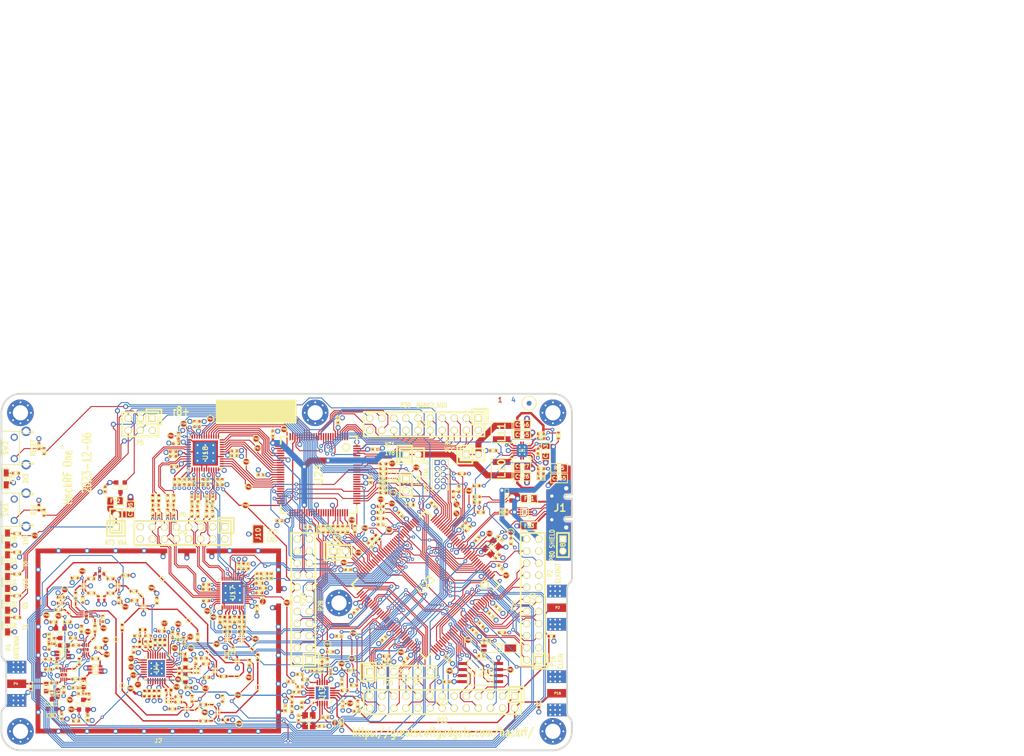
<source format=kicad_pcb>
(kicad_pcb (version 20211014) (generator pcbnew)

  (general
    (thickness 1.6116)
  )

  (paper "USLegal")
  (title_block
    (title "${TITLE}")
    (date "${DATE}")
    (rev "${VERSION}")
    (company "${COPYRIGHT}")
    (comment 1 "${LICENSE}")
  )

  (layers
    (0 "F.Cu" signal "C1F")
    (1 "In1.Cu" signal "C2")
    (2 "In2.Cu" signal "C3")
    (31 "B.Cu" signal "C4B")
    (32 "B.Adhes" user "B.Adhesive")
    (33 "F.Adhes" user "F.Adhesive")
    (34 "B.Paste" user)
    (35 "F.Paste" user)
    (36 "B.SilkS" user "B.Silkscreen")
    (37 "F.SilkS" user "F.Silkscreen")
    (38 "B.Mask" user)
    (39 "F.Mask" user)
    (41 "Cmts.User" user "User.Comments")
    (44 "Edge.Cuts" user)
    (45 "Margin" user)
    (46 "B.CrtYd" user "B.Courtyard")
    (47 "F.CrtYd" user "F.Courtyard")
    (49 "F.Fab" user)
  )

  (setup
    (stackup
      (layer "F.SilkS" (type "Top Silk Screen") (color "White"))
      (layer "F.Paste" (type "Top Solder Paste"))
      (layer "F.Mask" (type "Top Solder Mask") (color "Green") (thickness 0.0127) (material "LPI") (epsilon_r 3.8) (loss_tangent 0))
      (layer "F.Cu" (type "copper") (thickness 0.035))
      (layer "dielectric 1" (type "prepreg") (thickness 0.2104) (material "7628") (epsilon_r 4.6) (loss_tangent 0))
      (layer "In1.Cu" (type "copper") (thickness 0.0152))
      (layer "dielectric 2" (type "core") (thickness 1.065) (material "7628") (epsilon_r 4.6) (loss_tangent 0))
      (layer "In2.Cu" (type "copper") (thickness 0.0152))
      (layer "dielectric 3" (type "prepreg") (thickness 0.2104) (material "7628") (epsilon_r 4.6) (loss_tangent 0))
      (layer "B.Cu" (type "copper") (thickness 0.035))
      (layer "B.Mask" (type "Bottom Solder Mask") (color "Green") (thickness 0.0127) (material "LPI") (epsilon_r 3.8) (loss_tangent 0))
      (layer "B.Paste" (type "Bottom Solder Paste"))
      (layer "B.SilkS" (type "Bottom Silk Screen") (color "White"))
      (copper_finish "ENIG")
      (dielectric_constraints yes)
    )
    (pad_to_mask_clearance 0.05)
    (pad_to_paste_clearance_ratio -0.12)
    (pcbplotparams
      (layerselection 0x00010e8_ffffffff)
      (disableapertmacros false)
      (usegerberextensions true)
      (usegerberattributes false)
      (usegerberadvancedattributes true)
      (creategerberjobfile false)
      (svguseinch false)
      (svgprecision 6)
      (excludeedgelayer true)
      (plotframeref false)
      (viasonmask false)
      (mode 1)
      (useauxorigin false)
      (hpglpennumber 1)
      (hpglpenspeed 20)
      (hpglpendiameter 15.000000)
      (dxfpolygonmode true)
      (dxfimperialunits true)
      (dxfusepcbnewfont true)
      (psnegative false)
      (psa4output false)
      (plotreference false)
      (plotvalue false)
      (plotinvisibletext false)
      (sketchpadsonfab false)
      (subtractmaskfromsilk false)
      (outputformat 1)
      (mirror false)
      (drillshape 0)
      (scaleselection 1)
      (outputdirectory "gerbers")
    )
  )

  (property "COPYRIGHT" "Copyright 2012-2023 Great Scott Gadgets")
  (property "DATE" "2023-12-06")
  (property "LICENSE" "Licensed under the CERN-OHL-P v2")
  (property "TITLE" "HackRF One")
  (property "VERSION" "8+")

  (net 0 "")
  (net 1 "!MIX_BYPASS")
  (net 2 "!RX_AMP_PWR")
  (net 3 "!TX_AMP_PWR")
  (net 4 "!VAA_ENABLE")
  (net 5 "/baseband/CLK0")
  (net 6 "/baseband/CLK1")
  (net 7 "/baseband/CLK2")
  (net 8 "/baseband/CLK3")
  (net 9 "/baseband/CLK5")
  (net 10 "/baseband/COM")
  (net 11 "/baseband/CPOUT+")
  (net 12 "/baseband/CPOUT-")
  (net 13 "/baseband/IA+")
  (net 14 "/baseband/IA-")
  (net 15 "/baseband/ID+")
  (net 16 "/baseband/ID-")
  (net 17 "/baseband/INTR")
  (net 18 "/baseband/OEB")
  (net 19 "/baseband/QA+")
  (net 20 "/baseband/QA-")
  (net 21 "/baseband/QD+")
  (net 22 "/baseband/QD-")
  (net 23 "/baseband/REFN")
  (net 24 "/baseband/REFP")
  (net 25 "/baseband/RXBBI+")
  (net 26 "/baseband/RXBBI-")
  (net 27 "/baseband/RXBBQ+")
  (net 28 "/baseband/RXBBQ-")
  (net 29 "/baseband/TXBBI+")
  (net 30 "/baseband/TXBBI-")
  (net 31 "/baseband/TXBBQ+")
  (net 32 "/baseband/TXBBQ-")
  (net 33 "/baseband/XA")
  (net 34 "/baseband/XB")
  (net 35 "/baseband/XCVR_CLKOUT")
  (net 36 "/baseband/XTAL2")
  (net 37 "/frontend/!ANT_BIAS")
  (net 38 "/frontend/REF_IN")
  (net 39 "/frontend/RX_AMP_OUT")
  (net 40 "/frontend/TX_AMP_IN")
  (net 41 "/frontend/TX_AMP_OUT")
  (net 42 "/mcu/usb/power/ADC0_0")
  (net 43 "/mcu/usb/power/ADC0_2")
  (net 44 "/mcu/usb/power/ADC0_5")
  (net 45 "/mcu/usb/power/ADC0_6")
  (net 46 "/mcu/usb/power/B1AUX13")
  (net 47 "/mcu/usb/power/B1AUX14")
  (net 48 "/mcu/usb/power/B2AUX1")
  (net 49 "/mcu/usb/power/B2AUX10")
  (net 50 "/mcu/usb/power/B2AUX11")
  (net 51 "/mcu/usb/power/B2AUX12")
  (net 52 "/mcu/usb/power/B2AUX13")
  (net 53 "/mcu/usb/power/B2AUX14")
  (net 54 "/mcu/usb/power/B2AUX15")
  (net 55 "/mcu/usb/power/B2AUX16")
  (net 56 "/mcu/usb/power/B2AUX2")
  (net 57 "/mcu/usb/power/B2AUX3")
  (net 58 "/mcu/usb/power/B2AUX4")
  (net 59 "/mcu/usb/power/B2AUX5")
  (net 60 "/mcu/usb/power/B2AUX6")
  (net 61 "/mcu/usb/power/B2AUX7")
  (net 62 "/mcu/usb/power/B2AUX8")
  (net 63 "/mcu/usb/power/B2AUX9")
  (net 64 "/mcu/usb/power/BANK2F3M1")
  (net 65 "/mcu/usb/power/BANK2F3M10")
  (net 66 "/mcu/usb/power/BANK2F3M11")
  (net 67 "/mcu/usb/power/BANK2F3M12")
  (net 68 "/mcu/usb/power/BANK2F3M14")
  (net 69 "/mcu/usb/power/BANK2F3M15")
  (net 70 "/mcu/usb/power/BANK2F3M16")
  (net 71 "/mcu/usb/power/BANK2F3M2")
  (net 72 "/mcu/usb/power/BANK2F3M3")
  (net 73 "/mcu/usb/power/BANK2F3M4")
  (net 74 "/mcu/usb/power/BANK2F3M5")
  (net 75 "/mcu/usb/power/BANK2F3M6")
  (net 76 "/mcu/usb/power/BANK2F3M7")
  (net 77 "/mcu/usb/power/BANK2F3M8")
  (net 78 "/mcu/usb/power/BANK2F3M9")
  (net 79 "/mcu/usb/power/CPLD_TCK")
  (net 80 "/mcu/usb/power/CPLD_TDI")
  (net 81 "/mcu/usb/power/CPLD_TDO")
  (net 82 "/mcu/usb/power/CPLD_TMS")
  (net 83 "/mcu/usb/power/DBGEN")
  (net 84 "/mcu/usb/power/DM")
  (net 85 "/mcu/usb/power/DP")
  (net 86 "/mcu/usb/power/EN1V8")
  (net 87 "/mcu/usb/power/GCK0")
  (net 88 "/mcu/usb/power/GPIO3_10")
  (net 89 "/mcu/usb/power/GPIO3_11")
  (net 90 "/mcu/usb/power/GPIO3_12")
  (net 91 "/mcu/usb/power/GPIO3_13")
  (net 92 "/mcu/usb/power/GPIO3_14")
  (net 93 "/mcu/usb/power/GPIO3_15")
  (net 94 "/mcu/usb/power/GPIO3_8")
  (net 95 "/mcu/usb/power/GPIO3_9")
  (net 96 "/mcu/usb/power/GP_CLKIN")
  (net 97 "/mcu/usb/power/I2C1_SCL")
  (net 98 "/mcu/usb/power/I2C1_SDA")
  (net 99 "/mcu/usb/power/I2S0_RX_MCLK")
  (net 100 "/mcu/usb/power/I2S0_RX_SCK")
  (net 101 "/mcu/usb/power/I2S0_RX_SDA")
  (net 102 "/mcu/usb/power/I2S0_RX_WS")
  (net 103 "/mcu/usb/power/I2S0_TX_MCLK")
  (net 104 "/mcu/usb/power/I2S0_TX_SCK")
  (net 105 "/mcu/usb/power/ISP")
  (net 106 "/mcu/usb/power/LED1")
  (net 107 "/mcu/usb/power/LED2")
  (net 108 "/mcu/usb/power/LED3")
  (net 109 "/mcu/usb/power/P1_1")
  (net 110 "/mcu/usb/power/P1_2")
  (net 111 "/mcu/usb/power/P2_13")
  (net 112 "/mcu/usb/power/P2_8")
  (net 113 "/mcu/usb/power/P2_9")
  (net 114 "/mcu/usb/power/REG_OUT1")
  (net 115 "/mcu/usb/power/REG_OUT2")
  (net 116 "/mcu/usb/power/RESET")
  (net 117 "/mcu/usb/power/RREF")
  (net 118 "/mcu/usb/power/RTCX1")
  (net 119 "/mcu/usb/power/RTCX2")
  (net 120 "/mcu/usb/power/RTC_ALARM")
  (net 121 "/mcu/usb/power/SD_CD")
  (net 122 "/mcu/usb/power/SD_CLK")
  (net 123 "/mcu/usb/power/SD_CMD")
  (net 124 "/mcu/usb/power/SD_DAT0")
  (net 125 "/mcu/usb/power/SD_DAT1")
  (net 126 "/mcu/usb/power/SD_DAT2")
  (net 127 "/mcu/usb/power/SD_DAT3")
  (net 128 "/mcu/usb/power/SD_POW")
  (net 129 "/mcu/usb/power/SD_VOLT0")
  (net 130 "/mcu/usb/power/SGPIO0")
  (net 131 "/mcu/usb/power/SGPIO1")
  (net 132 "/mcu/usb/power/SGPIO10")
  (net 133 "/mcu/usb/power/SGPIO11")
  (net 134 "/mcu/usb/power/SGPIO12")
  (net 135 "/mcu/usb/power/SGPIO13")
  (net 136 "/mcu/usb/power/SGPIO14")
  (net 137 "/mcu/usb/power/SGPIO15")
  (net 138 "/mcu/usb/power/SGPIO2")
  (net 139 "/mcu/usb/power/SGPIO3")
  (net 140 "/mcu/usb/power/SGPIO4")
  (net 141 "/mcu/usb/power/SGPIO5")
  (net 142 "/mcu/usb/power/SGPIO6")
  (net 143 "/mcu/usb/power/SGPIO7")
  (net 144 "/mcu/usb/power/SGPIO9")
  (net 145 "/mcu/usb/power/SPIFI_CS")
  (net 146 "/mcu/usb/power/SPIFI_CIPO")
  (net 147 "/mcu/usb/power/SPIFI_COPI")
  (net 148 "/mcu/usb/power/SPIFI_SCK")
  (net 149 "/mcu/usb/power/SPIFI_SIO2")
  (net 150 "/mcu/usb/power/SPIFI_SIO3")
  (net 151 "/mcu/usb/power/TCK")
  (net 152 "/mcu/usb/power/TDI")
  (net 153 "/mcu/usb/power/TDO")
  (net 154 "/mcu/usb/power/TMS")
  (net 155 "/mcu/usb/power/U0_RXD")
  (net 156 "/mcu/usb/power/U0_TXD")
  (net 157 "/mcu/usb/power/USB_SHIELD")
  (net 158 "/mcu/usb/power/VBAT")
  (net 159 "/mcu/usb/power/VBUS")
  (net 160 "/mcu/usb/power/VBUSCTRL")
  (net 161 "/mcu/usb/power/VIN")
  (net 162 "/mcu/usb/power/VREGMODE")
  (net 163 "/mcu/usb/power/WAKEUP")
  (net 164 "/mcu/usb/power/XTAL1")
  (net 165 "/mcu/usb/power/XTAL2")
  (net 166 "AMP_BYPASS")
  (net 167 "CLK6")
  (net 168 "CLKIN")
  (net 169 "CLKOUT")
  (net 170 "CS_AD")
  (net 171 "CS_XCVR")
  (net 172 "DA0")
  (net 173 "DA1")
  (net 174 "DA2")
  (net 175 "DA3")
  (net 176 "DA4")
  (net 177 "DA5")
  (net 178 "DA6")
  (net 179 "DA7")
  (net 180 "DD0")
  (net 181 "DD1")
  (net 182 "DD2")
  (net 183 "DD3")
  (net 184 "DD4")
  (net 185 "DD5")
  (net 186 "DD6")
  (net 187 "DD7")
  (net 188 "DD8")
  (net 189 "DD9")
  (net 190 "GCK1")
  (net 191 "GCK2")
  (net 192 "GND")
  (net 193 "HP")
  (net 194 "LP")
  (net 195 "MCU_CLK")
  (net 196 "MIXER_ENX")
  (net 197 "MIXER_RESETX")
  (net 198 "MIXER_SCLK")
  (net 199 "MIXER_SDATA")
  (net 200 "MIX_BYPASS")
  (net 201 "MIX_CLK")
  (net 202 "RSSI")
  (net 203 "RX")
  (net 204 "RXENABLE")
  (net 205 "RX_AMP")
  (net 206 "RX_IF")
  (net 207 "RX_MIX_BP")
  (net 208 "SCL")
  (net 209 "SDA")
  (net 210 "SGPIO_CLK")
  (net 211 "SSP1_CIPO")
  (net 212 "SSP1_COPI")
  (net 213 "SSP1_SCK")
  (net 214 "TXENABLE")
  (net 215 "TX_AMP")
  (net 216 "TX_IF")
  (net 217 "TX_MIX_BP")
  (net 218 "VAA")
  (net 219 "VCC")
  (net 220 "XCVR_EN")
  (net 221 "Net-(C8-Pad2)")
  (net 222 "Net-(C9-Pad2)")
  (net 223 "Net-(C9-Pad1)")
  (net 224 "Net-(C12-Pad1)")
  (net 225 "Net-(C13-Pad1)")
  (net 226 "Net-(C14-Pad2)")
  (net 227 "Net-(C14-Pad1)")
  (net 228 "Net-(C15-Pad2)")
  (net 229 "Net-(C17-Pad2)")
  (net 230 "Net-(C17-Pad1)")
  (net 231 "Net-(C18-Pad2)")
  (net 232 "Net-(C18-Pad1)")
  (net 233 "Net-(C20-Pad2)")
  (net 234 "Net-(C20-Pad1)")
  (net 235 "Net-(C21-Pad2)")
  (net 236 "Net-(C21-Pad1)")
  (net 237 "Net-(C23-Pad2)")
  (net 238 "Net-(C23-Pad1)")
  (net 239 "Net-(C25-Pad1)")
  (net 240 "Net-(C26-Pad2)")
  (net 241 "Net-(C26-Pad1)")
  (net 242 "Net-(C27-Pad2)")
  (net 243 "Net-(C27-Pad1)")
  (net 244 "Net-(C28-Pad2)")
  (net 245 "Net-(C28-Pad1)")
  (net 246 "Net-(C31-Pad2)")
  (net 247 "Net-(C31-Pad1)")
  (net 248 "Net-(C32-Pad2)")
  (net 249 "Net-(C32-Pad1)")
  (net 250 "Net-(C43-Pad2)")
  (net 251 "Net-(C43-Pad1)")
  (net 252 "Net-(C44-Pad2)")
  (net 253 "Net-(C44-Pad1)")
  (net 254 "Net-(C46-Pad2)")
  (net 255 "Net-(C46-Pad1)")
  (net 256 "Net-(C48-Pad1)")
  (net 257 "Net-(C49-Pad2)")
  (net 258 "Net-(C50-Pad1)")
  (net 259 "Net-(C51-Pad2)")
  (net 260 "Net-(C51-Pad1)")
  (net 261 "Net-(C163-Pad2)")
  (net 262 "Net-(C58-Pad2)")
  (net 263 "Net-(C59-Pad2)")
  (net 264 "Net-(C61-Pad2)")
  (net 265 "Net-(C61-Pad1)")
  (net 266 "Net-(C62-Pad2)")
  (net 267 "Net-(C64-Pad2)")
  (net 268 "Net-(C64-Pad1)")
  (net 269 "Net-(C99-Pad2)")
  (net 270 "Net-(C99-Pad1)")
  (net 271 "Net-(C102-Pad2)")
  (net 272 "Net-(C102-Pad1)")
  (net 273 "Net-(C104-Pad2)")
  (net 274 "Net-(C104-Pad1)")
  (net 275 "Net-(C105-Pad1)")
  (net 276 "Net-(C106-Pad1)")
  (net 277 "Net-(C111-Pad2)")
  (net 278 "Net-(C111-Pad1)")
  (net 279 "Net-(C114-Pad2)")
  (net 280 "Net-(C114-Pad1)")
  (net 281 "Net-(C125-Pad2)")
  (net 282 "Net-(C160-Pad1)")
  (net 283 "Net-(D2-Pad2)")
  (net 284 "Net-(D4-Pad2)")
  (net 285 "Net-(D5-Pad2)")
  (net 286 "Net-(D6-Pad2)")
  (net 287 "Net-(D7-Pad2)")
  (net 288 "Net-(D8-Pad2)")
  (net 289 "Net-(FB1-Pad1)")
  (net 290 "Net-(FB2-Pad1)")
  (net 291 "Net-(FB3-Pad1)")
  (net 292 "Net-(J1-Pad4)")
  (net 293 "Net-(J1-Pad3)")
  (net 294 "Net-(J1-Pad2)")
  (net 295 "Net-(L1-Pad2)")
  (net 296 "Net-(L1-Pad1)")
  (net 297 "Net-(L2-Pad1)")
  (net 298 "Net-(L3-Pad1)")
  (net 299 "Net-(L10-Pad1)")
  (net 300 "Net-(L11-Pad2)")
  (net 301 "Net-(D10-Pad1)")
  (net 302 "Net-(P6-Pad1)")
  (net 303 "Net-(P7-Pad1)")
  (net 304 "Net-(P17-Pad1)")
  (net 305 "Net-(P19-Pad1)")
  (net 306 "Net-(P24-Pad1)")
  (net 307 "Net-(R4-Pad2)")
  (net 308 "Net-(R30-Pad2)")
  (net 309 "Net-(R19-Pad2)")
  (net 310 "Net-(R51-Pad1)")
  (net 311 "Net-(R52-Pad2)")
  (net 312 "Net-(R55-Pad2)")
  (net 313 "Net-(R62-Pad1)")
  (net 314 "/frontend/RX_AMP_IN")
  (net 315 "+1V8")
  (net 316 "unconnected-(P25-Pad3)")
  (net 317 "unconnected-(P26-Pad7)")
  (net 318 "unconnected-(U4-Pad1)")
  (net 319 "unconnected-(U4-Pad2)")
  (net 320 "unconnected-(U4-Pad3)")
  (net 321 "unconnected-(U4-Pad11)")
  (net 322 "unconnected-(U4-Pad13)")
  (net 323 "unconnected-(U4-Pad14)")
  (net 324 "unconnected-(U4-Pad17)")
  (net 325 "unconnected-(U4-Pad18)")
  (net 326 "unconnected-(U4-Pad20)")
  (net 327 "unconnected-(U4-Pad21)")
  (net 328 "unconnected-(U9-Pad2)")
  (net 329 "unconnected-(U12-Pad2)")
  (net 330 "unconnected-(U14-Pad2)")
  (net 331 "unconnected-(U15-Pad4)")
  (net 332 "unconnected-(U15-Pad6)")
  (net 333 "unconnected-(U17-Pad3)")
  (net 334 "unconnected-(U17-Pad6)")
  (net 335 "unconnected-(U17-Pad8)")
  (net 336 "unconnected-(U17-Pad9)")
  (net 337 "unconnected-(U17-Pad12)")
  (net 338 "unconnected-(U17-Pad14)")
  (net 339 "unconnected-(U17-Pad18)")
  (net 340 "unconnected-(U17-Pad33)")
  (net 341 "unconnected-(U17-Pad34)")
  (net 342 "unconnected-(U17-Pad40)")
  (net 343 "unconnected-(U18-Pad38)")
  (net 344 "unconnected-(U23-Pad85)")
  (net 345 "unconnected-(U23-Pad89)")
  (net 346 "unconnected-(U23-Pad90)")
  (net 347 "unconnected-(U24-Pad14)")
  (net 348 "unconnected-(U24-Pad15)")
  (net 349 "unconnected-(U24-Pad16)")
  (net 350 "unconnected-(U24-Pad20)")
  (net 351 "unconnected-(U24-Pad25)")
  (net 352 "unconnected-(U24-Pad44)")
  (net 353 "unconnected-(U24-Pad46)")
  (net 354 "unconnected-(U24-Pad49)")
  (net 355 "unconnected-(U24-Pad50)")
  (net 356 "unconnected-(U24-Pad52)")
  (net 357 "unconnected-(U24-Pad53)")
  (net 358 "unconnected-(U24-Pad54)")
  (net 359 "unconnected-(U24-Pad58)")
  (net 360 "unconnected-(U24-Pad59)")
  (net 361 "unconnected-(U24-Pad60)")
  (net 362 "unconnected-(U24-Pad63)")
  (net 363 "unconnected-(U24-Pad65)")
  (net 364 "unconnected-(U24-Pad66)")
  (net 365 "unconnected-(U24-Pad68)")
  (net 366 "unconnected-(U24-Pad73)")
  (net 367 "unconnected-(U24-Pad75)")
  (net 368 "unconnected-(U24-Pad80)")
  (net 369 "unconnected-(U24-Pad82)")
  (net 370 "unconnected-(U24-Pad85)")
  (net 371 "unconnected-(U24-Pad86)")
  (net 372 "unconnected-(U24-Pad87)")
  (net 373 "unconnected-(U24-Pad93)")
  (net 374 "unconnected-(U24-Pad95)")
  (net 375 "unconnected-(U24-Pad96)")
  (net 376 "Net-(D10-Pad2)")
  (net 377 "Net-(R42-Pad1)")
  (net 378 "Net-(R43-Pad2)")

  (footprint "gsg-modules:LTST-S220" (layer "F.Cu") (at 61.27 148.838 -90))

  (footprint "gsg-modules:LTST-S220" (layer "F.Cu") (at 61.27 139.694 -90))

  (footprint "gsg-modules:LTST-S220" (layer "F.Cu") (at 61.27 130.55 -90))

  (footprint "gsg-modules:LTST-S220" (layer "F.Cu") (at 61.27 144.266 -90))

  (footprint "gsg-modules:LTST-S220" (layer "F.Cu") (at 61.27 135.122 -90))

  (footprint "GSG-TESTPOINT-30MIL-MASKONLY" (layer "F.Cu") (at 89.31402 142.49908))

  (footprint "GSG-TESTPOINT-30MIL-MASKONLY" (layer "F.Cu") (at 84.1046 151.6574))

  (footprint "GSG-TESTPOINT-30MIL-MASKONLY" (layer "F.Cu") (at 75.57516 144.21358))

  (footprint "GSG-TESTPOINT-30MIL-MASKONLY" (layer "F.Cu") (at 74.0537 146.1516))

  (footprint "GSG-TESTPOINT-30MIL-MASKONLY" (layer "F.Cu") (at 93.782 138.932))

  (footprint "GSG-TESTPOINT-30MIL-MASKONLY" (layer "F.Cu") (at 85.4 161.3602))

  (footprint "GSG-TESTPOINT-30MIL-MASKONLY" (layer "F.Cu") (at 75.33894 157.8483))

  (footprint "GSG-TESTPOINT-30MIL-MASKONLY" (layer "F.Cu") (at 79.28 151.506))

  (footprint "GSG-TESTPOINT-30MIL-MASKONLY" (layer "F.Cu") (at 113.919 161.74974))

  (footprint "GSG-TESTPOINT-30MIL-MASKONLY" (layer "F.Cu") (at 104.11206 168.79824))

  (footprint "GSG-TESTPOINT-30MIL-MASKONLY" (layer "F.Cu") (at 104.25176 165.37432))

  (footprint "GSG-TESTPOINT-30MIL-MASKONLY" (layer "F.Cu") (at 101.0158 166.26332))

  (footprint "GSG-TESTPOINT-30MIL-MASKONLY" (layer "F.Cu") (at 79.6671 147.71116))

  (footprint "GSG-TESTPOINT-30MIL-MASKONLY" (layer "F.Cu") (at 109.47654 159.42564))

  (footprint "GSG-TESTPOINT-30MIL-MASKONLY" (layer "F.Cu") (at 99.36226 147.6883))

  (footprint "GSG-TESTPOINT-30MIL-MASKONLY" (layer "F.Cu") (at 103.23068 154.2796))

  (footprint "GSG-TESTPOINT-30MIL-MASKONLY" (layer "F.Cu") (at 112.71504 153.71064))

  (footprint "gsg-modules:LTST-S220" (layer "F.Cu") (at 61 117.9 -90))

  (footprint "GSG-MARK1MM" (layer "F.Cu") (at 171 102))

  (footprint "hackrf:GSG-0402" (layer "F.Cu") (at 91.0964 163.0468 -90))

  (footprint "hackrf:GSG-0402" (layer "F.Cu") (at 90.0804 163.0468 -90))

  (footprint "hackrf:GSG-0402" (layer "F.Cu") (at 93.1284 163.0468 -90))

  (footprint "hackrf:GSG-0402" (layer "F.Cu") (at 92.1124 163.0468 -90))

  (footprint "hackrf:GSG-0402" (layer "F.Cu") (at 92.341 152.328 90))

  (footprint "hackrf:GSG-0402" (layer "F.Cu") (at 93.357 152.328 90))

  (footprint "hackrf:GSG-0402" (layer "F.Cu") (at 107.084 168.5762 180))

  (footprint "hackrf:GSG-0402" (layer "F.Cu") (at 113.919 155.448 -90))

  (footprint "hackrf:GSG-0402" (layer "F.Cu") (at 85.4 149.1682 90))

  (footprint "hackrf:GSG-0402" (layer "F.Cu") (at 87.9808 143.4816))

  (footprint "hackrf:GSG-0402" (layer "F.Cu") (at 84.7138 143.4622 90))

  (footprint "hackrf:GSG-0402" (layer "F.Cu") (at 87.7944 153.8266 -90))

  (footprint "hackrf:GSG-0402" (layer "F.Cu") (at 88.5564 150.9056 180))

  (footprint "hackrf:GSG-0402" (layer "F.Cu") (at 90.3344 152.6836 90))

  (footprint "hackrf:GSG-0402" (layer "F.Cu") (at 90.8424 150.9056))

  (footprint "hackrf:GSG-0402" (layer "F.Cu") (at 106.4998 164.1566 90))

  (footprint "hackrf:GSG-0402" (layer "F.Cu") (at 82.9358 141.9382))

  (footprint "hackrf:GSG-0402" (layer "F.Cu") (at 78.8718 141.9382))

  (footprint "hackrf:GSG-0402" (layer "F.Cu") (at 77.0938 143.3352 90))

  (footprint "hackrf:GSG-0402" (layer "F.Cu") (at 87.8078 141.5288))

  (footprint "hackrf:GSG-0402" (layer "F.Cu") (at 102.4382 165.3794 180))

  (footprint "hackrf:GSG-0402" (layer "F.Cu") (at 95.9732 166.2726))

  (footprint "hackrf:GSG-0402" (layer "F.Cu") (at 101.2698 151.1808 90))

  (footprint "hackrf:GSG-0402" (layer "F.Cu") (at 92.6798 143.4816 -90))

  (footprint "hackrf:GSG-0402" (layer "F.Cu") (at 97.1924 163.7326))

  (footprint "hackrf:GSG-0402" (layer "F.Cu") (at 78.8718 138.8902 180))

  (footprint "hackrf:GSG-0402" (layer "F.Cu") (at 82.9358 138.8902))

  (footprint "hackrf:GSG-0402" (layer "F.Cu") (at 97.1924 164.8756))

  (footprint "hackrf:GSG-0402" (layer "F.Cu") (at 75.4174 138.7124 180))

  (footprint "hackrf:GSG-0402" (layer "F.Cu") (at 86.1 138.2))

  (footprint "hackrf:GSG-0402" (layer "F.Cu") (at 75.5952 142.4462 90))

  (footprint "hackrf:GSG-0402" (layer "F.Cu") (at 102.4382 168.8084 180))

  (footprint "hackrf:GSG-0402" (layer "F.Cu") (at 100.1134 164.139 90))

  (footprint "hackrf:GSG-0402" (layer "F.Cu") (at 98.31 151.9216 90))

  (footprint "hackrf:GSG-0402" (layer "F.Cu") (at 97.167 151.1596 90))

  (footprint "hackrf:GSG-0402" (layer "F.Cu") (at 96.024 150.7786 90))

  (footprint "hackrf:GSG-0402" (layer "F.Cu") (at 93.738 149.915 180))

  (footprint "hackrf:GSG-0402" (layer "F.Cu") (at 72.4456 142.8272))

  (footprint "hackrf:GSG-0402" (layer "F.Cu") (at 81.3054 147.3454 90))

  (footprint "hackrf:GSG-0402" (layer "F.Cu") (at 72.4456 144.0718))

  (footprint "hackrf:GSG-0402" (layer "F.Cu") (at 99.326 161.8276))

  (footprint "hackrf:GSG-0402" (layer "F.Cu") (at 98.056 154.7156 180))

  (footprint "hackrf:GSG-0402" (layer "F.Cu") (at 72.009 145.415 180))

  (footprint "hackrf:GSG-0402" (layer "F.Cu") (at 79.6798 149.4282 90))

  (footprint "hackrf:GSG-0402" (layer "F.Cu") (at 102.5906 155.6512))

  (footprint "hackrf:GSG-0402" (layer "F.Cu") (at 103.0478 156.7942 180))

  (footprint "hackrf:GSG-0402" (layer "F.Cu") (at 112.1664 156.5656 90))

  (footprint "hackrf:GSG-0402" (layer "F.Cu") (at 108.7374 154.0002 90))

  (footprint "hackrf:GSG-0402" (layer "F.Cu") (at 100.85 156.2396 -90))

  (footprint "hackrf:GSG-0402" (layer "F.Cu") (at 75.678 152.92))

  (footprint "hackrf:GSG-0402" (layer "F.Cu") (at 106.7414 159.434 180))

  (footprint "hackrf:GSG-0402" (layer "F.Cu") (at 70 153.2 -90))

  (footprint "hackrf:GSG-0402" (layer "F.Cu") (at 70.9474 147.9998 180))

  (footprint "hackrf:GSG-0402" (layer "F.Cu") (at 103.124 159.6644 180))

  (footprint "hackrf:GSG-0402" (layer "F.Cu") (at 80.377 153.428))

  (footprint "hackrf:GSG-0402" (layer "F.Cu") (at 107.3912 154.8638 90))

  (footprint "hackrf:GSG-0402" (layer "F.Cu") (at 76.835 149.4282 90))

  (footprint "hackrf:GSG-0402" (layer "F.Cu") (at 71.614 157.111 90))

  (footprint "hackrf:GSG-0402" (layer "F.Cu") (at 79.742 155.714))

  (footprint "hackrf:GSG-0402" (layer "F.Cu") (at 75.043 151.396))

  (footprint "hackrf:GSG-0402" (layer "F.Cu") (at 76.3638 156.3236 90))

  (footprint "hackrf:GSG-0402" (layer "F.Cu") (at 75.551 160.032))

  (footprint "hackrf:GSG-0402" (layer "F.Cu") (at 73.0872 162.2418 -90))

  (footprint "hackrf:GSG-0402" (layer "F.Cu") (at 71.13 160.81 180))

  (footprint "hackrf:GSG-0402" (layer "F.Cu") (at 69.836 158))

  (footprint "hackrf:GSG-0402" (layer "F.Cu") (at 69.836 155.841))

  (footprint "hackrf:GSG-0402" (layer "F.Cu") (at 121.0802 164.2964 -90))

  (footprint "hackrf:GSG-0402" (layer "F.Cu") (at 127.4624 155.7214 90))

  (footprint "hackrf:GSG-0402" (layer "F.Cu") (at 129.088 154.2736))

  (footprint "hackrf:GSG-0402" (layer "F.Cu") (at 121.0802 166.3284 -90))

  (footprint "hackrf:GSG-0402" (layer "F.Cu") (at 100.4824 118.5578 -90))

  (footprint "hackrf:GSG-0402" (layer "F.Cu") (at 99.4664 118.5578 -90))

  (footprint "hackrf:GSG-0402" (layer "F.Cu") (at 103.4034 118.5578 -90))

  (footprint "hackrf:GSG-0402" (layer "F.Cu") (at 102.3874 118.5578 -90))

  (footprint "hackrf:GSG-0402" (layer "F.Cu") (at 105.4354 118.5578 -90))

  (footprint "hackrf:GSG-0402" (layer "F.Cu") (at 106.4514 118.5578 -90))

  (footprint "hackrf:GSG-0402" (layer "F.Cu") (at 101.6254 106.3658 90))

  (footprint "hackrf:GSG-0402" (layer "F.Cu") (at 100.6094 106.3658 90))

  (footprint "hackrf:GSG-0402" (layer "F.Cu") (at 96.7359 110.4933 180))

  (footprint "hackrf:GSG-0402" (layer "F.Cu")
    (tedit 4FB6CFE4) (tstamp 00000000-0000-0000-0000-00005787e27a)
    (at 97.2439 108.8423 90)
    (property "Description" "CAP CER 2.2UF 10V 20% X5R 0402")
    (property "Manufacturer" "Taiyo Yuden")
    (property "Part Number" "LMK105BJ225MV-F")
    (property "Sheetfile" "baseband.ki
... [4432645 chars truncated]
</source>
